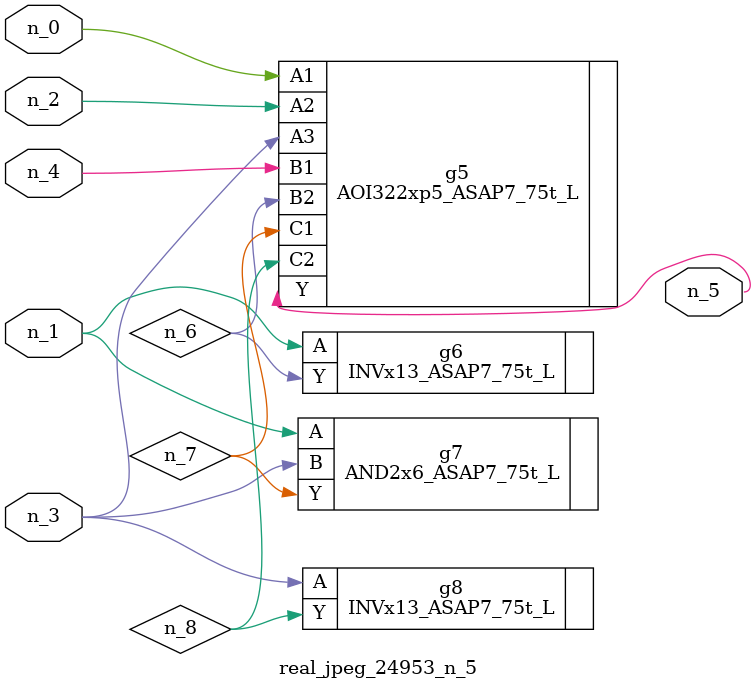
<source format=v>
module real_jpeg_24953_n_5 (n_4, n_0, n_1, n_2, n_3, n_5);

input n_4;
input n_0;
input n_1;
input n_2;
input n_3;

output n_5;

wire n_8;
wire n_6;
wire n_7;

AOI322xp5_ASAP7_75t_L g5 ( 
.A1(n_0),
.A2(n_2),
.A3(n_3),
.B1(n_4),
.B2(n_6),
.C1(n_7),
.C2(n_8),
.Y(n_5)
);

INVx13_ASAP7_75t_L g6 ( 
.A(n_1),
.Y(n_6)
);

AND2x6_ASAP7_75t_L g7 ( 
.A(n_1),
.B(n_3),
.Y(n_7)
);

INVx13_ASAP7_75t_L g8 ( 
.A(n_3),
.Y(n_8)
);


endmodule
</source>
